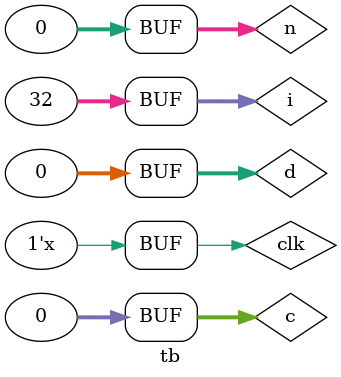
<source format=v>
`timescale 1ns/1ps

module tb;

reg clk;
reg [31:0] n,d,c;
wire [31:0] m;
integer i = 0;
wire[1023:0] primeNum,privateKey,cipher;
storeNumbers dut(.n(n),.d(d),.c(c),.clk(clk));

always  
	#5 clk = ~clk;

initial begin
	clk = 0;
	
end

initial begin

	for(i = 0; i < 32; i = i+1)
		begin
			#5
			n <= 4'h0100;
			d <= 4'h0020;
			c <= 4'h0200;
				
		end
		
	end	
		
endmodule

</source>
